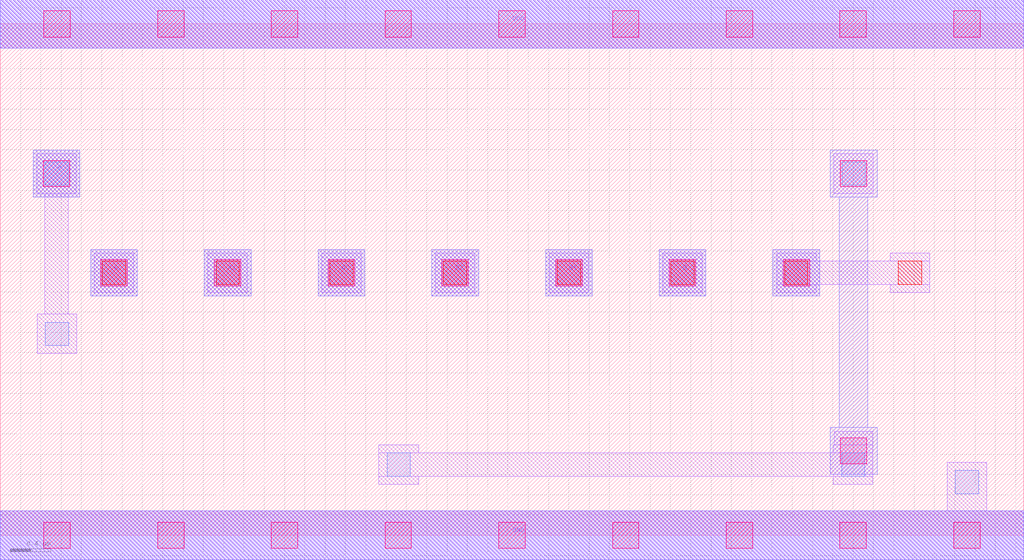
<source format=lef>
MACRO AAOAI331
 CLASS CORE ;
 FOREIGN AAOAI331 0 0 ;
 SIZE 10.08 BY 5.04 ;
 ORIGIN 0 0 ;
 SYMMETRY X Y R90 ;
 SITE unit ;
  PIN VDD
   DIRECTION INOUT ;
   USE POWER ;
   SHAPE ABUTMENT ;
    PORT
     CLASS CORE ;
       LAYER met1 ;
        RECT 0.00000000 4.80000000 10.08000000 5.28000000 ;
       LAYER met2 ;
        RECT 0.00000000 4.80000000 10.08000000 5.28000000 ;
    END
  END VDD

  PIN GND
   DIRECTION INOUT ;
   USE POWER ;
   SHAPE ABUTMENT ;
    PORT
     CLASS CORE ;
       LAYER met1 ;
        RECT 0.00000000 -0.24000000 10.08000000 0.24000000 ;
       LAYER met2 ;
        RECT 0.00000000 -0.24000000 10.08000000 0.24000000 ;
    END
  END GND

  PIN Y
   DIRECTION INOUT ;
   USE SIGNAL ;
   SHAPE ABUTMENT ;
    PORT
     CLASS CORE ;
       LAYER met2 ;
        RECT 0.32500000 3.33500000 0.78500000 3.79500000 ;
    END
  END Y

  PIN B1
   DIRECTION INOUT ;
   USE SIGNAL ;
   SHAPE ABUTMENT ;
    PORT
     CLASS CORE ;
       LAYER met2 ;
        RECT 5.37000000 2.35700000 5.83000000 2.81700000 ;
    END
  END B1

  PIN A1
   DIRECTION INOUT ;
   USE SIGNAL ;
   SHAPE ABUTMENT ;
    PORT
     CLASS CORE ;
       LAYER met2 ;
        RECT 2.01000000 2.35700000 2.47000000 2.81700000 ;
    END
  END A1

  PIN B2
   DIRECTION INOUT ;
   USE SIGNAL ;
   SHAPE ABUTMENT ;
    PORT
     CLASS CORE ;
       LAYER met2 ;
        RECT 4.25000000 2.35700000 4.71000000 2.81700000 ;
    END
  END B2

  PIN B
   DIRECTION INOUT ;
   USE SIGNAL ;
   SHAPE ABUTMENT ;
    PORT
     CLASS CORE ;
       LAYER met2 ;
        RECT 6.49000000 2.35700000 6.95000000 2.81700000 ;
    END
  END B

  PIN A2
   DIRECTION INOUT ;
   USE SIGNAL ;
   SHAPE ABUTMENT ;
    PORT
     CLASS CORE ;
       LAYER met2 ;
        RECT 3.13000000 2.35700000 3.59000000 2.81700000 ;
    END
  END A2

  PIN C
   DIRECTION INOUT ;
   USE SIGNAL ;
   SHAPE ABUTMENT ;
    PORT
     CLASS CORE ;
       LAYER met2 ;
        RECT 7.61000000 2.35700000 8.07000000 2.81700000 ;
    END
  END C

  PIN A
   DIRECTION INOUT ;
   USE SIGNAL ;
   SHAPE ABUTMENT ;
    PORT
     CLASS CORE ;
       LAYER met2 ;
        RECT 0.89000000 2.35700000 1.35000000 2.81700000 ;
    END
  END A

 OBS
    LAYER polycont ;
     RECT 1.00500000 2.47200000 1.23500000 2.70200000 ;
     RECT 2.12500000 2.47200000 2.35500000 2.70200000 ;
     RECT 3.24500000 2.47200000 3.47500000 2.70200000 ;
     RECT 4.36500000 2.47200000 4.59500000 2.70200000 ;
     RECT 5.48500000 2.47200000 5.71500000 2.70200000 ;
     RECT 6.60500000 2.47200000 6.83500000 2.70200000 ;
     RECT 7.72500000 2.47200000 7.95500000 2.70200000 ;
     RECT 8.84500000 2.47200000 9.07500000 2.70200000 ;

    LAYER pdiffc ;
     RECT 0.44000000 3.45000000 0.67000000 3.68000000 ;
     RECT 8.29000000 3.45000000 8.52000000 3.68000000 ;

    LAYER ndiffc ;
     RECT 9.40500000 0.41000000 9.63500000 0.64000000 ;
     RECT 3.81000000 0.58200000 4.04000000 0.81200000 ;
     RECT 8.28500000 0.58200000 8.51500000 0.81200000 ;
     RECT 0.44500000 1.87000000 0.67500000 2.10000000 ;

    LAYER met1 ;
     RECT 0.00000000 -0.24000000 10.08000000 0.24000000 ;
     RECT 9.32500000 0.24000000 9.71500000 0.72000000 ;
     RECT 3.73000000 0.50200000 4.12000000 0.58200000 ;
     RECT 8.20500000 0.50200000 8.59500000 0.58200000 ;
     RECT 3.73000000 0.58200000 8.59500000 0.81200000 ;
     RECT 3.73000000 0.81200000 4.12000000 0.89200000 ;
     RECT 8.20500000 0.81200000 8.59500000 0.89200000 ;
     RECT 8.21500000 0.89200000 8.59500000 1.02200000 ;
     RECT 0.92500000 2.39200000 1.31500000 2.78200000 ;
     RECT 2.04500000 2.39200000 2.43500000 2.78200000 ;
     RECT 3.16500000 2.39200000 3.55500000 2.78200000 ;
     RECT 4.28500000 2.39200000 4.67500000 2.78200000 ;
     RECT 5.40500000 2.39200000 5.79500000 2.78200000 ;
     RECT 6.52500000 2.39200000 6.91500000 2.78200000 ;
     RECT 7.64500000 2.39200000 8.03500000 2.47200000 ;
     RECT 8.76500000 2.39200000 9.15500000 2.47200000 ;
     RECT 7.64500000 2.47200000 9.15500000 2.70200000 ;
     RECT 7.64500000 2.70200000 8.03500000 2.78200000 ;
     RECT 8.76500000 2.70200000 9.15500000 2.78200000 ;
     RECT 0.36500000 1.79000000 0.75500000 2.18000000 ;
     RECT 0.44000000 2.18000000 0.67000000 3.37000000 ;
     RECT 0.36000000 3.37000000 0.75000000 3.76000000 ;
     RECT 8.21000000 3.37000000 8.60000000 3.76000000 ;
     RECT 0.00000000 4.80000000 10.08000000 5.28000000 ;

    LAYER via1 ;
     RECT 0.43000000 -0.13000000 0.69000000 0.13000000 ;
     RECT 1.55000000 -0.13000000 1.81000000 0.13000000 ;
     RECT 2.67000000 -0.13000000 2.93000000 0.13000000 ;
     RECT 3.79000000 -0.13000000 4.05000000 0.13000000 ;
     RECT 4.91000000 -0.13000000 5.17000000 0.13000000 ;
     RECT 6.03000000 -0.13000000 6.29000000 0.13000000 ;
     RECT 7.15000000 -0.13000000 7.41000000 0.13000000 ;
     RECT 8.27000000 -0.13000000 8.53000000 0.13000000 ;
     RECT 9.39000000 -0.13000000 9.65000000 0.13000000 ;
     RECT 8.27500000 0.70200000 8.53500000 0.96200000 ;
     RECT 0.99000000 2.45700000 1.25000000 2.71700000 ;
     RECT 2.11000000 2.45700000 2.37000000 2.71700000 ;
     RECT 3.23000000 2.45700000 3.49000000 2.71700000 ;
     RECT 4.35000000 2.45700000 4.61000000 2.71700000 ;
     RECT 5.47000000 2.45700000 5.73000000 2.71700000 ;
     RECT 6.59000000 2.45700000 6.85000000 2.71700000 ;
     RECT 7.71000000 2.45700000 7.97000000 2.71700000 ;
     RECT 0.42500000 3.43500000 0.68500000 3.69500000 ;
     RECT 8.27500000 3.43500000 8.53500000 3.69500000 ;
     RECT 0.43000000 4.91000000 0.69000000 5.17000000 ;
     RECT 1.55000000 4.91000000 1.81000000 5.17000000 ;
     RECT 2.67000000 4.91000000 2.93000000 5.17000000 ;
     RECT 3.79000000 4.91000000 4.05000000 5.17000000 ;
     RECT 4.91000000 4.91000000 5.17000000 5.17000000 ;
     RECT 6.03000000 4.91000000 6.29000000 5.17000000 ;
     RECT 7.15000000 4.91000000 7.41000000 5.17000000 ;
     RECT 8.27000000 4.91000000 8.53000000 5.17000000 ;
     RECT 9.39000000 4.91000000 9.65000000 5.17000000 ;

    LAYER met2 ;
     RECT 0.00000000 -0.24000000 10.08000000 0.24000000 ;
     RECT 0.89000000 2.35700000 1.35000000 2.81700000 ;
     RECT 2.01000000 2.35700000 2.47000000 2.81700000 ;
     RECT 3.13000000 2.35700000 3.59000000 2.81700000 ;
     RECT 4.25000000 2.35700000 4.71000000 2.81700000 ;
     RECT 5.37000000 2.35700000 5.83000000 2.81700000 ;
     RECT 6.49000000 2.35700000 6.95000000 2.81700000 ;
     RECT 7.61000000 2.35700000 8.07000000 2.81700000 ;
     RECT 0.32500000 3.33500000 0.78500000 3.79500000 ;
     RECT 8.17500000 0.60200000 8.63500000 1.06200000 ;
     RECT 8.26500000 1.06200000 8.54500000 3.33500000 ;
     RECT 8.17500000 3.33500000 8.63500000 3.79500000 ;
     RECT 0.00000000 4.80000000 10.08000000 5.28000000 ;

 END
END AAOAI331

</source>
